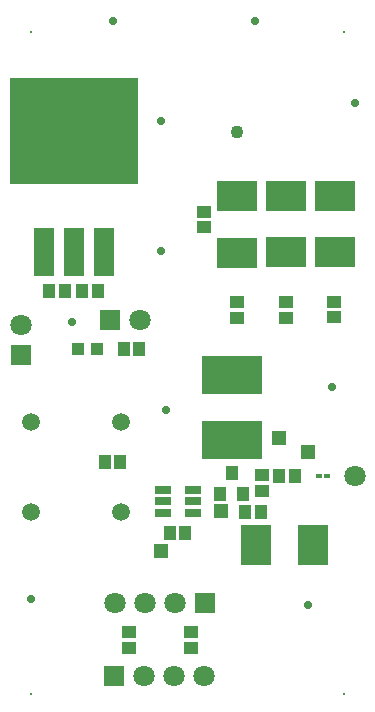
<source format=gts>
G04*
G04 #@! TF.GenerationSoftware,Altium Limited,Altium Designer,21.6.4 (81)*
G04*
G04 Layer_Color=8388736*
%FSLAX44Y44*%
%MOMM*%
G71*
G04*
G04 #@! TF.SameCoordinates,CE7750B5-B6F3-47FA-9723-5704EF157F2E*
G04*
G04*
G04 #@! TF.FilePolarity,Negative*
G04*
G01*
G75*
%ADD20R,0.5541X0.4627*%
%ADD25R,1.2032X1.2032*%
%ADD26R,2.6532X3.5032*%
%ADD27R,1.6532X4.1232*%
%ADD28R,10.9532X8.9532*%
%ADD29R,1.0332X1.1432*%
%ADD30R,3.5032X2.6532*%
%ADD31R,1.1432X1.0332*%
%ADD32R,1.0052X1.1752*%
%ADD33R,5.2032X3.2032*%
%ADD34R,1.4032X0.8032*%
%ADD35R,1.0032X1.0032*%
%ADD36C,1.8032*%
%ADD37R,1.8032X1.8032*%
%ADD38C,0.2000*%
%ADD39C,1.5132*%
%ADD40R,1.8032X1.8032*%
%ADD41C,0.7016*%
%ADD42C,1.1016*%
D20*
X281036Y214500D02*
D03*
X273949D02*
D03*
D25*
X265000Y235000D02*
D03*
X140000Y150991D02*
D03*
X191500Y184500D02*
D03*
X240500Y247000D02*
D03*
D26*
X221000Y156055D02*
D03*
X269000D02*
D03*
D27*
X41000Y403750D02*
D03*
X66400D02*
D03*
X91800D02*
D03*
D28*
X66400Y506750D02*
D03*
D29*
X211900Y184298D02*
D03*
X225100D02*
D03*
X122100Y321865D02*
D03*
X108900D02*
D03*
X73443Y371250D02*
D03*
X86643D02*
D03*
X59100Y371500D02*
D03*
X45900D02*
D03*
X92650Y226057D02*
D03*
X105850D02*
D03*
X240392Y214500D02*
D03*
X253592D02*
D03*
X147900Y166000D02*
D03*
X161100D02*
D03*
D30*
X287292Y451750D02*
D03*
Y403750D02*
D03*
X246250Y451750D02*
D03*
Y403750D02*
D03*
X205000Y451500D02*
D03*
Y403500D02*
D03*
D31*
X286750Y361850D02*
D03*
Y348650D02*
D03*
X246250Y361600D02*
D03*
Y348400D02*
D03*
X205000Y361600D02*
D03*
Y348400D02*
D03*
X113250Y82350D02*
D03*
Y69150D02*
D03*
X165500Y82350D02*
D03*
Y69150D02*
D03*
X176500Y425150D02*
D03*
Y438350D02*
D03*
X225500Y201900D02*
D03*
Y215100D02*
D03*
D32*
X200245Y217100D02*
D03*
X209745Y199400D02*
D03*
X190745D02*
D03*
D33*
X200500Y299567D02*
D03*
Y244568D02*
D03*
D34*
X167443Y183500D02*
D03*
Y193000D02*
D03*
Y202500D02*
D03*
X142443D02*
D03*
Y193000D02*
D03*
Y183500D02*
D03*
D35*
X86187Y321565D02*
D03*
X70187D02*
D03*
D36*
X152450Y106500D02*
D03*
X127050D02*
D03*
X101650D02*
D03*
X177100Y45007D02*
D03*
X151700D02*
D03*
X126300D02*
D03*
X122200Y346558D02*
D03*
X21750Y342200D02*
D03*
X305049Y214250D02*
D03*
D37*
X177850Y106500D02*
D03*
X100900Y45007D02*
D03*
X96800Y346558D02*
D03*
D38*
X295000Y590000D02*
D03*
X30000D02*
D03*
X295000Y30000D02*
D03*
X30000D02*
D03*
D39*
X106200Y183800D02*
D03*
X30000Y260000D02*
D03*
Y183800D02*
D03*
X106200Y260000D02*
D03*
D40*
X21750Y316800D02*
D03*
D41*
X65000Y345000D02*
D03*
X95000Y500000D02*
D03*
Y525000D02*
D03*
Y480000D02*
D03*
X65000D02*
D03*
X35000D02*
D03*
X65000Y500000D02*
D03*
X35000D02*
D03*
X65000Y525000D02*
D03*
X35000D02*
D03*
X145000Y270000D02*
D03*
X140000Y405000D02*
D03*
Y515000D02*
D03*
X305000Y530000D02*
D03*
X285000Y290000D02*
D03*
X265000Y105000D02*
D03*
X30000Y110000D02*
D03*
X220000Y600000D02*
D03*
X100000D02*
D03*
D42*
X204500Y506000D02*
D03*
M02*

</source>
